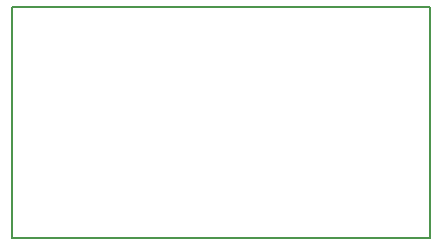
<source format=gbr>
%TF.GenerationSoftware,KiCad,Pcbnew,7.0.2*%
%TF.CreationDate,2023-09-14T18:59:31-07:00*%
%TF.ProjectId,RGB,5247422e-6b69-4636-9164-5f7063625858,rev?*%
%TF.SameCoordinates,Original*%
%TF.FileFunction,Profile,NP*%
%FSLAX46Y46*%
G04 Gerber Fmt 4.6, Leading zero omitted, Abs format (unit mm)*
G04 Created by KiCad (PCBNEW 7.0.2) date 2023-09-14 18:59:31*
%MOMM*%
%LPD*%
G01*
G04 APERTURE LIST*
%TA.AperFunction,Profile*%
%ADD10C,0.200000*%
%TD*%
G04 APERTURE END LIST*
D10*
X95758000Y-82677000D02*
X131191000Y-82677000D01*
X131191000Y-102235000D01*
X95758000Y-102235000D01*
X95758000Y-82677000D01*
M02*

</source>
